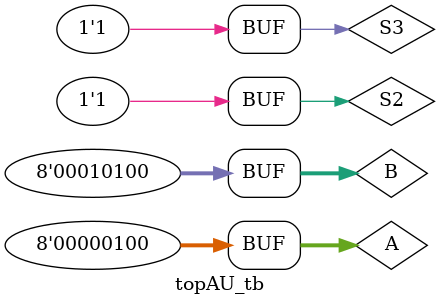
<source format=v>
module topAU_tb;
reg [7:0] A,B;
reg S3,S2;
wire C,O,Z,E,G,L;
wire [7:0] S;

topAU uut(A,B,S3,S2,S,C,O,Z,E,G,L);

initial 
begin

A=8'b00011100;
B=8'b00010100;
S3=0;
S2=0;

#100;
A=8'b01111100;
B=8'b00010100;
S3=1;
S2=1;
#100;
A=8'b10011100;
B=8'b00010100;
S3=1;
S2=0;
#100;
A=8'b10011100;
B=8'b10010100;
S3=0;
S2=0;
#100;
A=8'b00011100;
B=8'b00011100;
S3=1;
S2=0;
#100;
A=8'b11011100;
B=8'b11010100;
S3=1;
S2=0;
#100;
A=8'b00000100;
B=8'b00010100;
S3=1;
S2=1;
#100;

end
endmodule

</source>
